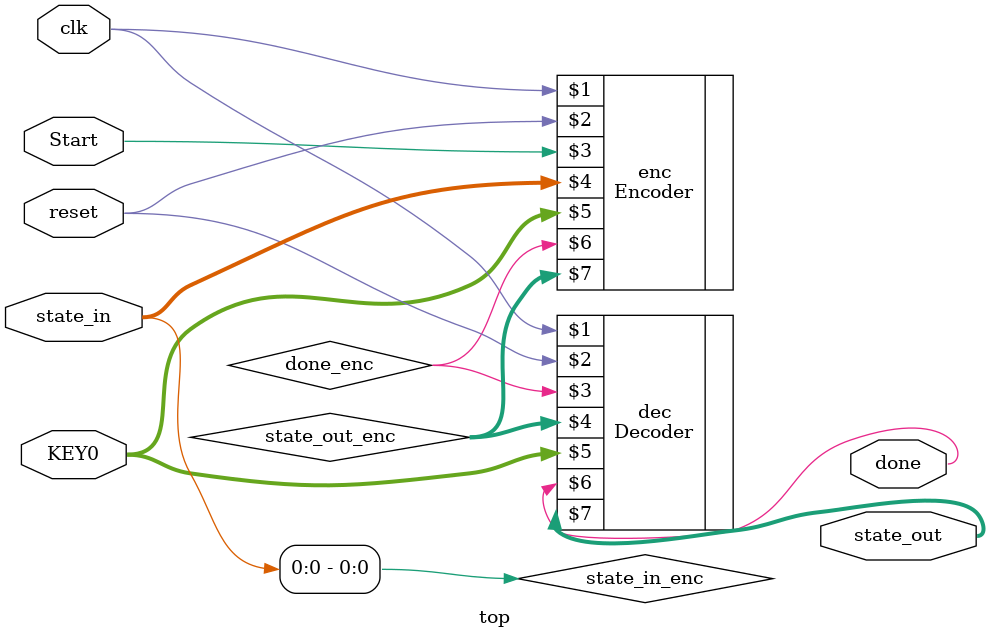
<source format=v>
module top(
    input Start, clk, reset,
    input [63:0] state_in, 
    input [79:0] KEY0,
    output [63:0] state_out, 
    output done );
    
    // Encoder:
    wire [63:0] state_out_enc; 
    wire done_enc;
    Encoder enc(clk, reset, Start, state_in, KEY0, done_enc, state_out_enc);
    // Decoder: 
    Decoder dec(clk, reset, done_enc, state_out_enc, KEY0, done, state_out);
    
    assign state_in_enc = state_in;
    
    
endmodule

</source>
